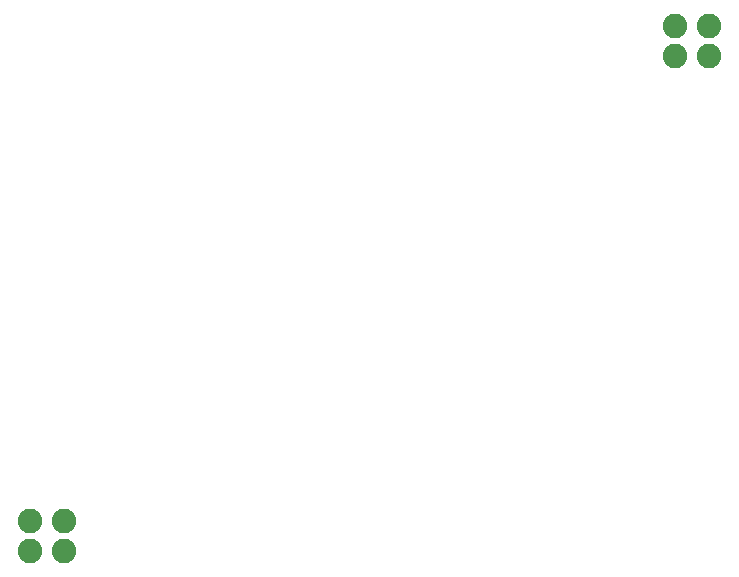
<source format=gbs>
G04 EAGLE Gerber X2 export*
G75*
%MOMM*%
%FSLAX34Y34*%
%LPD*%
%AMOC8*
5,1,8,0,0,1.08239X$1,22.5*%
G01*
%ADD10C,2.082800*%


D10*
X10922Y50800D03*
X39878Y50800D03*
X557022Y444500D03*
X585978Y444500D03*
X557022Y469900D03*
X585978Y469900D03*
X10922Y25400D03*
X39878Y25400D03*
M02*

</source>
